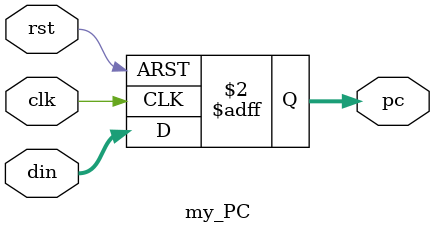
<source format=v>
`timescale 1ns / 1ps
module my_PC(
    input  wire         rst,
    input  wire         clk,
    input  wire [31:0]  din,
    output reg [31:0]   pc
    );
    
    always @ (posedge clk or posedge rst) begin
        if (rst) begin
            pc <= 0;
        end else begin
            pc <= din;
        end
    end
   
endmodule

</source>
